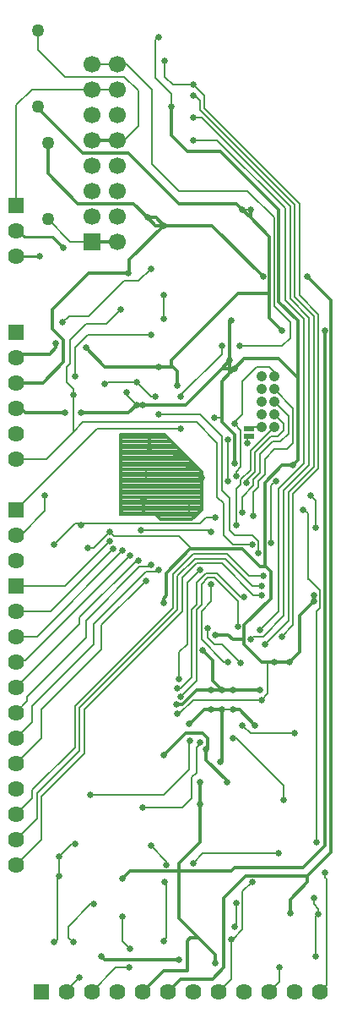
<source format=gbl>
G04 DipTrace 2.4.0.2*
%INcodec_rev2.GBL*%
%MOIN*%
%ADD13C,0.012*%
%ADD14C,0.0079*%
%ADD15C,0.0071*%
%ADD16C,0.006*%
%ADD18C,0.01*%
%ADD30R,0.0638X0.0638*%
%ADD31C,0.0638*%
%ADD32R,0.0669X0.0669*%
%ADD33C,0.0669*%
%ADD38R,0.0394X0.0236*%
%ADD39C,0.05*%
%ADD40C,0.05*%
%ADD45C,0.042*%
%ADD51C,0.026*%
%FSLAX44Y44*%
G04*
G70*
G90*
G75*
G01*
%LNBottom*%
%LPD*%
X7313Y11064D2*
D13*
X7376Y11126D1*
X7438D1*
X7938Y11626D1*
X8180D1*
X8631D1*
X8563Y9564D2*
X8631Y9631D1*
Y11626D1*
X7876Y13939D2*
X8251Y13564D1*
Y12751D1*
X8626Y12376D1*
X10126D2*
X9063D1*
X6813Y11814D2*
X7063D1*
X7626Y12376D1*
X8188D1*
X9063D2*
X8626D1*
X8188D1*
X7813Y20752D2*
Y19565D1*
Y19502D1*
X7438Y19127D1*
X6188D1*
X6001Y19315D1*
X5514D1*
X4750D1*
X4625Y19440D1*
Y20874D1*
Y22440D1*
X5751D1*
X6376D1*
X7162Y21654D1*
X7626Y21190D1*
X7813Y21002D1*
Y20627D1*
X7313Y19565D2*
X7813D1*
X5626Y20877D2*
X4625Y20874D1*
X6813Y21654D2*
X7162D1*
X7313Y21190D2*
X7626D1*
X5751Y21822D2*
Y22440D1*
X5514Y19932D2*
Y19315D1*
X8631Y11626D2*
D16*
X9063D1*
D13*
X9313D1*
X9939Y11001D1*
X3000Y1063D2*
D16*
X2501Y563D1*
Y500D1*
X9001Y2563D2*
X9063D1*
X9438Y2938D1*
Y4438D1*
X9814Y4813D1*
X8501Y500D2*
X9001Y1000D1*
Y2563D1*
X9063Y10501D2*
X9188D1*
X11064Y8626D1*
Y8063D1*
X8376Y19190D2*
X8001D1*
X7751Y18939D1*
X3125D1*
X2813D1*
X2000Y18127D1*
X3063Y18877D2*
D14*
X3125Y18939D1*
X12250Y4187D2*
D16*
Y3939D1*
X12439Y3750D1*
Y3563D1*
X12314Y3438D1*
Y1875D1*
X8188Y16564D2*
Y15877D1*
X7813Y15502D1*
Y14377D1*
X8688Y13501D1*
X8876D1*
X9376Y13439D2*
X8634Y14181D1*
X8321D1*
X8063Y14439D1*
Y14814D1*
X8376Y14564D2*
D13*
X8876D1*
X9063Y14377D1*
X9501D1*
Y14189D1*
X10189Y13501D1*
X10439D1*
X11064D1*
X10689D1*
X10677Y13490D1*
X10439Y13501D2*
D15*
Y12251D1*
X10189Y12001D1*
X6876Y11439D2*
X6938D1*
X7501Y12001D1*
X10189D1*
X5501Y23627D2*
D13*
X7188D1*
X8626Y25065D1*
X8938Y25378D1*
X9126Y25065D2*
X8626D1*
X9126Y21315D2*
Y22440D1*
X8626Y22940D1*
Y23127D1*
Y24565D1*
X8938Y24878D1*
Y25378D1*
X9126Y25065D2*
X8938Y24878D1*
X4188Y18627D2*
D15*
X4375Y18439D1*
X6938D1*
X7438Y17939D1*
X7376D1*
D13*
X6438Y17002D1*
Y16127D1*
X6313Y16002D1*
Y15814D1*
X11302Y13490D2*
X11689Y13876D1*
Y15314D1*
X12251Y15877D1*
X11439Y21252D2*
X11626Y21440D1*
Y24690D1*
X10876Y25440D1*
X9501D1*
X9126Y25065D1*
X3313Y18002D2*
D15*
X3563D1*
X4188Y18627D1*
X11439Y21252D2*
D13*
X11001D1*
X10314Y20565D1*
Y17252D1*
X10126D1*
X9438Y17939D1*
X7438D1*
X12251Y16127D2*
Y15877D1*
X10314Y17252D2*
X10376D1*
X10564Y17064D1*
Y16002D1*
X9501Y14939D1*
Y14377D1*
X500Y23500D2*
Y23690D1*
X875Y23315D1*
X2438D1*
X3063D2*
X4938D1*
X5251Y23627D1*
X9001Y26940D2*
X8938Y26878D1*
Y25378D1*
X11064Y13501D2*
X11302Y13490D1*
X11626Y24690D2*
Y26940D1*
X10876Y27690D1*
Y31316D1*
X8563Y33629D1*
X7251D1*
X6626Y34254D1*
Y35379D1*
X6126Y38129D2*
D14*
X6001Y38004D1*
Y36504D1*
X6626Y35879D1*
Y35379D1*
X4876Y24128D2*
Y24003D1*
X5251Y23627D1*
X8313Y23127D2*
D16*
X8626D1*
X5501Y23627D2*
D13*
X5251D1*
X10689Y22753D2*
D16*
X9751Y21815D1*
Y21065D1*
X9376Y20690D1*
Y20502D1*
X9188Y20315D1*
Y18877D1*
X8188Y18627D2*
Y18689D1*
X5438D1*
X8876Y20627D2*
Y22252D1*
X9626Y22127D2*
Y22315D1*
X9689Y22377D1*
X3500Y30066D2*
D13*
X4500D1*
X3500D2*
D14*
X2625D1*
X1750Y30941D1*
X3500Y34066D2*
D13*
X4500D1*
D14*
X4750D1*
X5313Y34629D1*
Y36004D1*
X4750Y36566D1*
X2438D1*
X1375Y37629D1*
Y38379D1*
X500Y18502D2*
X688D1*
X1625Y19440D1*
Y20065D1*
X2750Y2438D2*
D16*
X2563Y2625D1*
Y3063D1*
X3438Y3938D1*
X3563D1*
X2188Y5063D2*
X2125D1*
Y2563D1*
X2000Y2438D1*
X2188Y5813D2*
X2688Y6313D1*
X2813D1*
X2188Y5813D2*
Y5063D1*
X5001Y2188D2*
X4688Y2500D1*
Y3438D1*
X7501Y5563D2*
X7876Y5938D1*
X10876D1*
X11001Y14502D2*
D14*
X11439Y14939D1*
Y20127D1*
X12439Y21127D1*
Y27190D1*
X11689Y27940D1*
Y31566D1*
X7938Y35316D1*
Y35816D1*
X7501Y36254D1*
X6688D1*
X6376Y36566D1*
Y37191D1*
X10314Y14189D2*
X11251Y15127D1*
Y20190D1*
X12251Y21190D1*
Y27128D1*
X11501Y27878D1*
Y31503D1*
X7751Y35254D1*
Y35629D1*
X7563Y35816D1*
X7501D1*
X10189Y22753D2*
D16*
X9749D1*
X9689Y22692D1*
X8001Y10064D2*
D13*
Y9626D1*
X8813Y8813D1*
Y8751D1*
X6313Y9814D2*
X7188Y10689D1*
X7876D1*
X8063Y10501D1*
Y10126D1*
X8001Y10064D1*
X7751Y17127D2*
D16*
X7251Y16627D1*
Y14189D1*
X6938Y13876D1*
Y12814D1*
X9501Y16064D2*
X9376D1*
X8438Y17002D1*
X8001D1*
X7626Y16627D1*
Y15752D1*
X7438Y15564D1*
Y12876D1*
X7001Y12439D1*
X6876D1*
X9251Y14877D2*
Y15877D1*
X8313Y16814D1*
X8063D1*
X7813Y16564D1*
Y15752D1*
X7626Y15564D1*
Y12751D1*
X7001Y12126D1*
X9438Y11001D2*
X9751Y10689D1*
X11501D1*
X12323Y18772D2*
D15*
Y19868D1*
X12126Y20065D1*
X3875Y1875D2*
D13*
X4000Y1750D1*
X6938D1*
X4938Y28816D2*
X4960D1*
Y29338D1*
X6322Y30700D1*
X8242D1*
X10251Y28691D1*
X12001D2*
X12939Y27753D1*
Y6001D1*
X12001Y5063D1*
Y4813D1*
X11314Y4125D1*
Y3585D1*
X12001Y5063D2*
X9564D1*
X8688Y4188D1*
Y1438D1*
X8251Y1000D1*
X7001D1*
X6501Y500D1*
X5688Y31003D2*
X5126Y31566D1*
X2938D1*
X1750Y32753D1*
Y33941D1*
X500Y24500D2*
X1560D1*
X2375Y25315D1*
Y26190D1*
X1938Y26628D1*
Y27378D1*
X3375Y28816D1*
X4938D1*
X5688Y31003D2*
X6019D1*
X6322Y30700D1*
X5688Y31003D2*
X5992Y30700D1*
X6322D1*
X7751Y7876D2*
Y8751D1*
X5501Y500D2*
X6313Y1313D1*
X7251D1*
Y2500D1*
X7376Y2625D1*
X7688D1*
X8376Y1938D1*
Y1625D1*
X7751Y7876D2*
Y6376D1*
X6938Y5563D1*
Y5251D1*
Y3375D1*
X7688Y2625D1*
X3250Y25878D2*
X4000Y25128D1*
X6126D1*
X6876Y24379D2*
Y24940D1*
X6688Y25128D1*
X6126D1*
X6626D1*
Y25378D1*
X9251Y28003D1*
X10501D1*
Y27065D1*
X11001Y26565D1*
X12689D2*
Y6251D1*
X11814Y5376D1*
X9126D1*
X9001Y5251D1*
X6938D1*
X4710Y4960D2*
X5001Y5251D1*
X6938D1*
X9438Y31316D2*
X9376D1*
Y31378D1*
X9188Y31566D1*
X6938D1*
X4938Y33566D1*
X3125D1*
X1375Y35316D1*
Y35379D1*
X9751Y31316D2*
D14*
X9438D1*
D13*
X9751Y31003D1*
X10501Y30253D1*
Y28003D1*
X2063Y26065D2*
Y25878D1*
X1813Y25628D1*
X628D1*
X500Y25500D1*
X9751Y31316D2*
Y31003D1*
X9438Y31316D2*
D3*
X9126Y3063D2*
D16*
X9188Y3125D1*
Y4000D1*
X2327Y26878D2*
D14*
X2577Y27128D1*
X3375D1*
X4750Y28503D1*
X5313D1*
X5812Y29002D1*
X4500Y36066D2*
X3500D1*
X1125D1*
X500Y35441D1*
Y31500D1*
X6323Y27025D2*
D16*
Y27013D1*
X6313Y27003D2*
Y27940D1*
X2813Y24753D2*
Y25878D1*
X3313Y26378D1*
X5813D1*
X500Y30500D2*
D18*
Y30566D1*
X813Y30253D1*
X1938D1*
X2375Y29816D1*
X500Y16500D2*
D16*
X2436D1*
X4188Y18252D1*
X500Y15500D2*
X1874D1*
X4313Y17939D1*
X500Y14500D2*
X1311D1*
X4688Y17877D1*
X500Y13500D2*
X564Y13564D1*
X875D1*
X5001Y17689D1*
X500Y12500D2*
X3000Y15000D1*
Y15252D1*
X5251Y17502D1*
X5313D1*
X500Y11500D2*
X938Y11938D1*
Y12126D1*
X3250Y14439D1*
Y15127D1*
X5376Y17252D1*
X5751D1*
X5813Y17314D1*
X500Y10500D2*
X1125Y11125D1*
Y11751D1*
X3563Y14189D1*
Y15002D1*
X5626Y17064D1*
X6063D1*
X6126Y17127D1*
X500Y9500D2*
X1500Y10500D1*
Y11626D1*
X3875Y14001D1*
Y14939D1*
X5626Y16689D1*
X6375Y4814D2*
X6438Y4750D1*
Y2625D1*
X6313Y2500D1*
X6438Y5501D2*
Y5626D1*
X5813Y6251D1*
X7376Y10376D2*
X7313Y10314D1*
Y9251D1*
X6313Y8251D1*
X3438D1*
X7751Y10314D2*
X7813D1*
X7626Y10126D1*
Y9126D1*
X7438Y8938D1*
Y8126D1*
X7063Y7751D1*
X5501D1*
X10126Y14752D2*
D14*
X10876Y15502D1*
Y20315D1*
X11876Y21315D1*
Y27003D1*
X11126Y27753D1*
Y31378D1*
X8438Y34066D1*
X7501D1*
X9751Y14377D2*
X9876Y14502D1*
X10251D1*
X11064Y15314D1*
Y20252D1*
X12064Y21252D1*
Y27065D1*
X11314Y27815D1*
Y31441D1*
X7813Y34941D1*
X7501D1*
X500Y7500D2*
D16*
X1125Y8125D1*
Y8438D1*
X2813Y10126D1*
Y11751D1*
X6688Y15627D1*
Y16939D1*
X7501Y17752D1*
X8813D1*
X9689Y16877D1*
X10251D1*
X500Y6500D2*
X1313Y7313D1*
Y8313D1*
X3000Y10001D1*
Y11689D1*
X6876Y15564D1*
Y16877D1*
X7563Y17564D1*
X8751D1*
X9814Y16502D1*
X10189D1*
X9438Y19377D2*
X9376D1*
X9438Y19315D1*
Y20002D1*
X9876Y20440D1*
Y20690D1*
X10126Y20940D1*
Y21690D1*
X10626Y22190D1*
X10939D1*
X11251Y22502D1*
Y23190D1*
X10689Y23753D1*
X500Y5500D2*
X1500Y6500D1*
Y8188D1*
X3188Y9876D1*
Y11626D1*
X7063Y15502D1*
Y16814D1*
X7626Y17377D1*
X8626D1*
X9876Y16127D1*
X10189D1*
X4500Y37066D2*
D14*
D3*
D16*
X3500D1*
X4500D2*
D14*
X4876D1*
X5876Y36066D1*
Y33128D1*
X6938Y32066D1*
X9626D1*
X10689Y31003D1*
Y27503D1*
X11314Y26878D1*
Y26253D1*
X11001Y25940D1*
X9313D1*
X8626D2*
Y25628D1*
X6938Y23940D1*
X7001D1*
Y22690D2*
X3688D1*
X500Y19502D1*
X9876Y19252D2*
D16*
Y20190D1*
X10064Y20377D1*
Y20627D1*
X10314Y20877D1*
Y21502D1*
X10689Y21877D1*
X11189D1*
X11439Y22127D1*
Y23502D1*
X10689Y24253D1*
X9188Y20815D2*
Y21002D1*
X9376Y21190D1*
Y22627D1*
X9126Y22877D1*
Y22940D1*
X9438Y23252D1*
Y24565D1*
X10001Y25128D1*
X10501D1*
X10814Y24815D1*
Y24753D1*
X10689D1*
X9609Y20565D2*
X9626D1*
Y20690D1*
X9939Y21002D1*
Y21752D1*
X10564Y22377D1*
X10814D1*
X11064Y22627D1*
Y22878D1*
X10689Y23253D1*
X500Y29500D2*
D18*
X1438Y29502D1*
X11814Y19502D2*
D16*
X11876D1*
X12021Y19357D1*
Y16752D1*
X12064D1*
X12501Y16314D1*
Y15627D1*
X12376Y15502D1*
Y6376D1*
X12689Y5188D2*
Y5001D1*
X12751Y4938D1*
Y751D1*
X12501Y500D1*
X10064Y17788D2*
D14*
Y18252D1*
X9814Y18502D1*
X9126D1*
X8933Y18695D1*
Y19945D1*
X8626Y20252D1*
Y22377D1*
X7751Y23252D1*
X6126D1*
X6001Y23940D2*
X5813D1*
X5251Y24503D1*
D16*
X4125D1*
X4063Y24440D1*
X4000D1*
X4955Y1439D2*
X4439D1*
X3501Y500D1*
X10887Y1438D2*
Y887D1*
X10501Y500D1*
X10564Y18189D2*
D14*
Y20440D1*
X10751Y20627D1*
X4625Y27378D2*
X4063Y26815D1*
X3250D1*
X2625Y26190D1*
Y25253D1*
X2500Y25128D1*
Y24503D1*
X2750Y24253D1*
Y24003D1*
Y22565D1*
X1688Y21502D1*
X625D1*
X500Y21627D1*
Y21500D1*
X9814Y18127D2*
X9063D1*
X8688Y18502D1*
Y19752D1*
X8438Y20002D1*
Y22127D1*
X7626Y22940D1*
X3125D1*
X2750Y22565D1*
Y24003D2*
D16*
D3*
D51*
X7313Y11064D3*
X8631Y11626D3*
X8563Y9564D3*
X7876Y13939D3*
X8626Y12376D3*
X10126D3*
X9063D3*
X6813Y11814D3*
X8188Y12376D3*
X7813Y20752D3*
X7313Y19565D3*
X5626Y20877D3*
X6813Y21654D3*
X7313Y21190D3*
X5751Y21822D3*
X5514Y19932D3*
X8180Y11626D3*
X9063D3*
X9939Y11001D3*
X3000Y1063D3*
X9001Y2563D3*
X9814Y4813D3*
X9001Y2563D3*
X9063Y10501D3*
X11064Y8063D3*
X8376Y19190D3*
X2000Y18127D3*
X3063Y18877D3*
X12250Y4187D3*
X12439Y3563D3*
X12314Y1875D3*
X8188Y16564D3*
X8876Y13501D3*
X9376Y13439D3*
X8063Y14814D3*
X8376Y14564D3*
X10677Y13490D3*
X10189Y12001D3*
D3*
X6876Y11439D3*
X5501Y23627D3*
X8938Y25378D3*
X9126Y25065D3*
Y21315D3*
Y25065D3*
X4188Y18627D3*
X6313Y15814D3*
X11302Y13490D3*
X12251Y15877D3*
X11439Y21252D3*
X9126Y25065D3*
X3313Y18002D3*
X4188Y18627D3*
X11439Y21252D3*
X12251Y16127D3*
X2438Y23315D3*
X3063D3*
X5251Y23627D3*
X9001Y26940D3*
X11302Y13490D3*
X6626Y35379D3*
X6126Y38129D3*
X4876Y24128D3*
X8313Y23127D3*
X5501Y23627D3*
X9188Y18877D3*
X8188Y18627D3*
X5438Y18689D3*
X8876Y20627D3*
Y22252D3*
X9626Y22127D3*
X1625Y20065D3*
X2750Y2438D3*
X3563Y3938D3*
X2188Y5063D3*
X2000Y2438D3*
X2188Y5813D3*
X2813Y6313D3*
X2188Y5813D3*
Y5063D3*
X5001Y2188D3*
X4688Y3438D3*
X7501Y5563D3*
X10876Y5938D3*
X11001Y14502D3*
X6376Y37191D3*
X7501Y36254D3*
X10314Y14189D3*
X7501Y35816D3*
X8001Y10064D3*
X8813Y8751D3*
X6313Y9814D3*
X8001Y10064D3*
X7751Y17127D3*
X6938Y12814D3*
D3*
X9501Y16064D3*
X6876Y12439D3*
X9251Y14877D3*
X7001Y12126D3*
X9438Y11001D3*
X11501Y10689D3*
X12126Y20065D3*
X12323Y18772D3*
X3875Y1875D3*
X6938Y1750D3*
X4938Y28816D3*
X6322Y30700D3*
X10251Y28691D3*
X12001D3*
X11314Y3585D3*
X5688Y31003D3*
X4938Y28816D3*
X5688Y31003D3*
D3*
X7751Y7876D3*
Y8751D3*
X8376Y1625D3*
X7751Y7876D3*
X3250Y25878D3*
X6126Y25128D3*
X6876Y24379D3*
X11001Y26565D3*
X12689D3*
X4710Y4960D3*
X9438Y31316D3*
X9751D3*
X9438D3*
D3*
X2063Y26065D3*
X9751Y31316D3*
X9438D3*
X9126Y3063D3*
X9188Y4000D3*
X5812Y29002D3*
X2327Y26878D3*
X6313Y27940D3*
X6323Y27025D3*
X2813Y24753D3*
X5813Y26378D3*
X2375Y29816D3*
X4188Y18252D3*
X4313Y17939D3*
X4688Y17877D3*
X5001Y17689D3*
X5313Y17502D3*
X5813Y17314D3*
X6126Y17127D3*
X5626Y16689D3*
X6375Y4814D3*
X6313Y2500D3*
X6438Y5501D3*
X5813Y6251D3*
X7376Y10376D3*
X3438Y8251D3*
X7751Y10314D3*
X5501Y7751D3*
X10126Y14752D3*
X7501Y34066D3*
X9751Y14377D3*
X7501Y34941D3*
X10251Y16877D3*
X10189Y16502D3*
X9438Y19377D3*
X10189Y16127D3*
X9313Y25940D3*
X8626D3*
X7001Y23940D3*
Y22690D3*
X9876Y19252D3*
X9188Y20815D3*
X9126Y22877D3*
X9609Y20565D3*
X1438Y29502D3*
X11814Y19502D3*
X12376Y6376D3*
X12689Y5188D3*
X10064Y17788D3*
X6126Y23252D3*
X6001Y23940D3*
X5251Y24503D3*
X4000Y24440D3*
X4955Y1439D3*
X10887Y1438D3*
X10564Y18189D3*
X10751Y20627D3*
X4625Y27378D3*
X2750Y24003D3*
X9814Y18127D3*
X2750Y24003D3*
X4611Y22384D2*
D14*
X6430D1*
X4611Y22305D2*
X6509D1*
X4611Y22227D2*
X6587D1*
X4611Y22148D2*
X6666D1*
X4611Y22069D2*
X6745D1*
X4611Y21991D2*
X6823D1*
X4611Y21912D2*
X6901D1*
X4611Y21834D2*
X6979D1*
X4611Y21755D2*
X7058D1*
X4611Y21676D2*
X7137D1*
X4611Y21598D2*
X7215D1*
X4611Y21519D2*
X7294D1*
X4611Y21440D2*
X7373D1*
X4611Y21362D2*
X7452D1*
X4611Y21283D2*
X7530D1*
X4611Y21205D2*
X7609D1*
X4611Y21126D2*
X7688D1*
X4611Y21047D2*
X7766D1*
X4611Y20969D2*
X7827D1*
X4611Y20890D2*
X7827D1*
X4611Y20812D2*
X7827D1*
X4611Y20733D2*
X7827D1*
X4611Y20654D2*
X7827D1*
X4611Y20576D2*
X7827D1*
X4611Y20497D2*
X7827D1*
X4611Y20419D2*
X7827D1*
X4611Y20340D2*
X7827D1*
X4611Y20261D2*
X7827D1*
X4611Y20183D2*
X7827D1*
X4611Y20104D2*
X7827D1*
X4611Y20026D2*
X7827D1*
X4611Y19947D2*
X7827D1*
X4611Y19868D2*
X7827D1*
X4611Y19790D2*
X7827D1*
X4611Y19711D2*
X7827D1*
X4611Y19632D2*
X7827D1*
X4611Y19554D2*
X7827D1*
X4611Y19475D2*
X7785D1*
X4611Y19397D2*
X7706D1*
X4611Y19318D2*
X7628D1*
X6078Y19239D2*
X7549D1*
X6156Y19161D2*
X7470D1*
X6187Y19122D2*
X6210Y19116D1*
X6236Y19104D1*
X7421D1*
X7836Y19519D1*
Y20985D1*
X6360Y22462D1*
X4937D1*
X4603D1*
Y19292D1*
X6002Y19291D1*
X6029Y19280D1*
X6187Y19122D1*
D30*
X500Y19502D3*
D31*
Y18502D3*
Y17502D3*
D30*
Y26500D3*
D31*
Y25500D3*
Y24500D3*
Y23500D3*
Y22500D3*
Y21500D3*
D30*
Y31500D3*
D31*
Y30500D3*
Y29500D3*
D32*
X3500Y30066D3*
D33*
X4500D3*
X3500Y31066D3*
X4500D3*
X3500Y32066D3*
X4500D3*
X3500Y33066D3*
X4500D3*
X3500Y34066D3*
X4500D3*
X3500Y35066D3*
X4500D3*
X3500Y36066D3*
X4500D3*
X3500Y37066D3*
X4500D3*
D38*
X9689Y22377D3*
Y22692D3*
D30*
X500Y16500D3*
D31*
Y15500D3*
Y14500D3*
Y13500D3*
Y12500D3*
Y11500D3*
Y10500D3*
Y9500D3*
Y8500D3*
Y7500D3*
Y6500D3*
Y5500D3*
D30*
X1501Y500D3*
D31*
X2501D3*
X3501D3*
X4501D3*
X5501D3*
X6501D3*
X7501D3*
X8501D3*
X9501D3*
X10501D3*
X11501D3*
X12501D3*
D39*
X1375Y38379D3*
D40*
Y35379D3*
D39*
X1750Y30941D3*
D40*
Y33941D3*
D45*
X10189Y24753D3*
X10689D3*
X10189Y24253D3*
X10689D3*
X10189Y23753D3*
X10689D3*
X10189Y23253D3*
X10689D3*
X10189Y22753D3*
X10689D3*
M02*

</source>
